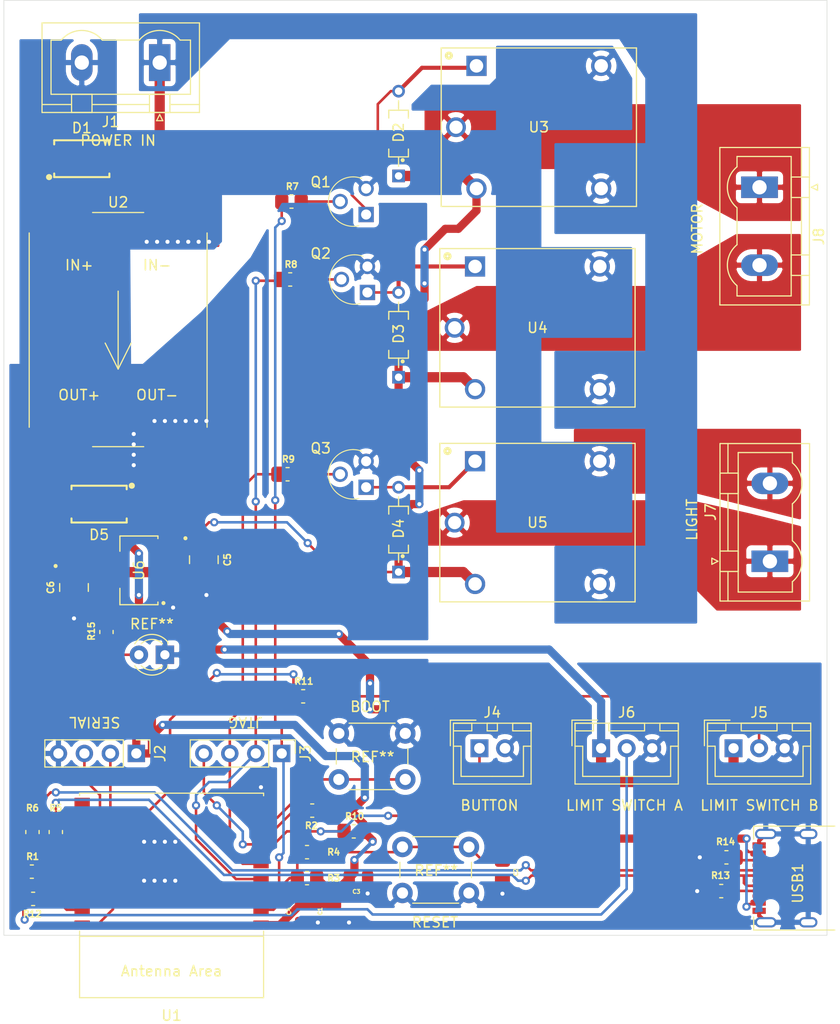
<source format=kicad_pcb>
(kicad_pcb (version 20171130) (host pcbnew "(5.1.10)-1")
  (layers (0 F.Cu signal) (31 B.Cu signal) (34 B.Paste user) (35 F.Paste user) (36 B.SilkS user) (37 F.SilkS user) (38 B.Mask user) (39 F.Mask user) (44 Edge.Cuts user))
  (net 0 "")
  (net 1 VDD33)
  (net 2 GND)
  (net 3 "Net-(C2-Pad1)")
  (net 4 5V_IN)
  (net 5 "Net-(D2-PadA)")
  (net 6 "Net-(D3-PadA)")
  (net 7 5V_USB)
  (net 8 24V_IN)
  (net 9 RXD)
  (net 10 TXD)
  (net 11 IO7)
  (net 12 IO6)
  (net 13 IO5)
  (net 14 IO4)
  (net 15 "Net-(J5-Pad2)")
  (net 16 "Net-(J6-Pad2)")
  (net 17 "Net-(J7-Pad1)")
  (net 18 MOTOR_B)
  (net 19 MOTOR_A)
  (net 20 RELAY_A)
  (net 21 RELAY_B)
  (net 22 RELAY_LIGHT)
  (net 23 "Net-(R1-Pad2)")
  (net 24 "Net-(R2-Pad2)")
  (net 25 EN)
  (net 26 USBD-)
  (net 27 "Net-(R5-Pad1)")
  (net 28 USBD+)
  (net 29 "Net-(R6-Pad1)")
  (net 30 IO0)
  (net 31 IO1)
  (net 32 "Net-(R13-Pad1)")
  (net 33 "Net-(R14-Pad1)")
  (net 34 BOOT)
  (net 35 "Net-(U1-Pad15)")
  (net 36 "Net-(U1-Pad10)")
  (net 37 "Net-(USB1-PadB8)")
  (net 38 "Net-(USB1-PadA8)")
  (net 39 "Net-(D4-PadA)")
  (net 40 "Net-(D6-PadA)")
  (net 41 "Net-(D1-PadC)")
  (module footprints:DIOM5436X245N (layer F.Cu) (at 107.442 43.434)
    (fp_text reference D1 (at 0 -3) (layer F.SilkS))
    (fp_text value STPS1H100U)
    (pad A smd roundrect (at 2.2 0) (size 2.2 2.15) (layers F.Cu F.Paste F.Mask) (net 8 24V_IN))
    (pad C smd roundrect (at -2.2 0) (size 2.2 2.15) (layers F.Cu F.Paste F.Mask) (net 41 "Net-(D1-PadC)"))
  )
  (module footprints:dc-dc_converter_module (layer F.Cu) (at 110.998 60.198 270)
    (fp_text reference U2 (at -12.5 0 180) (layer F.SilkS))
    (fp_text value dc-dc_3A5V)
    (fp_text user OUT- (at 6.35 -3.81) (layer F.SilkS))
    (fp_text user OUT+ (at 6.35 3.81) (layer F.SilkS))
    (fp_text user IN+ (at -6.35 3.81) (layer F.SilkS))
    (fp_text user IN- (at -6.35 -3.81) (layer F.SilkS))
    (pad I+ smd roundrect (at -11.35 5.8 270) (size 2.9 5.8) (layers F.Cu F.Paste F.Mask) (net 41 "Net-(D1-PadC)"))
    (pad O- smd roundrect (at 11.35 -5.8 270) (size 2.9 5.8) (layers F.Cu F.Paste F.Mask) (net 2 GND))
    (pad O+ smd roundrect (at 11.35 5.8 270) (size 2.9 5.8) (layers F.Cu F.Paste F.Mask) (net 4 5V_IN))
    (pad I- smd roundrect (at -11.35 -5.8 270) (size 2.9 5.8) (layers F.Cu F.Paste F.Mask) (net 2 GND))
  )
  (module footprints:RESC2012X60 (layer F.Cu) (at 170.5 111.76 180)
    (fp_text reference R14 (at 0.08006 1.524) (layer F.SilkS) (effects (font (size 0.630413 0.630413))))
    (fp_text value 5k1)
    (pad 2 smd roundrect (at 0.95 0 180) (size 1.3 1.5) (layers F.Cu F.Paste F.Mask) (net 2 GND))
    (pad 1 smd roundrect (at -0.95 0 180) (size 1.3 1.5) (layers F.Cu F.Paste F.Mask) (net 33 "Net-(R14-Pad1)"))
  )
  (module footprints:XKB-USB-C-16P (layer F.Cu) (at 177.8 113.792 180)
    (fp_text reference USB1 (at 0.316 -0.506 90) (layer F.SilkS))
    (fp_text value U262-161N-4BVC11)
    (pad A12 smd rect (at 4.1 3.35 180) (size 1.3 0.3) (layers F.Cu F.Paste F.Mask) (net 2 GND))
    (pad B1 smd rect (at 4.1 3.05 180) (size 1.3 0.3) (layers F.Cu F.Paste F.Mask) (net 2 GND))
    (pad A9 smd rect (at 4.1 2.55 180) (size 1.3 0.3) (layers F.Cu F.Paste F.Mask) (net 7 5V_USB))
    (pad B4 smd rect (at 4.1 2.25 180) (size 1.3 0.3) (layers F.Cu F.Paste F.Mask) (net 7 5V_USB))
    (pad B9 smd rect (at 4.1 -2.25 180) (size 1.3 0.3) (layers F.Cu F.Paste F.Mask) (net 7 5V_USB))
    (pad A4 smd rect (at 4.1 -2.55 180) (size 1.3 0.3) (layers F.Cu F.Paste F.Mask) (net 7 5V_USB))
    (pad A1 smd rect (at 4.1 -3.35 180) (size 1.3 0.3) (layers F.Cu F.Paste F.Mask) (net 2 GND))
    (pad B8 smd rect (at 4.1 -1.75 180) (size 1.3 0.3) (layers F.Cu F.Paste F.Mask) (net 37 "Net-(USB1-PadB8)"))
    (pad A5 smd rect (at 4.1 -1.25 180) (size 1.3 0.3) (layers F.Cu F.Paste F.Mask) (net 32 "Net-(R13-Pad1)"))
    (pad B7 smd rect (at 4.1 -0.75 180) (size 1.3 0.3) (layers F.Cu F.Paste F.Mask) (net 26 USBD-))
    (pad A6 smd rect (at 4.1 -0.25 180) (size 1.3 0.3) (layers F.Cu F.Paste F.Mask) (net 28 USBD+))
    (pad A7 smd rect (at 4.1 0.25 180) (size 1.3 0.3) (layers F.Cu F.Paste F.Mask) (net 26 USBD-))
    (pad B6 smd rect (at 4.1 0.75 180) (size 1.3 0.3) (layers F.Cu F.Paste F.Mask) (net 28 USBD+))
    (pad A8 smd rect (at 4.1 1.25 180) (size 1.3 0.3) (layers F.Cu F.Paste F.Mask) (net 38 "Net-(USB1-PadA8)"))
    (pad B5 smd rect (at 4.1 1.75 180) (size 1.3 0.3) (layers F.Cu F.Paste F.Mask) (net 33 "Net-(R14-Pad1)"))
    (pad B12 smd rect (at 4.1 -3.05 180) (size 1.3 0.3) (layers F.Cu F.Paste F.Mask) (net 2 GND))
    (pad "" np_thru_hole circle (at 2.95 -2.89 180) (size 0.65 0.65) (drill 0.65) (layers *.Cu *.Mask))
    (pad S1 thru_hole oval (at -0.7 4.32 180) (size 1.8 1) (drill oval 1.4 0.6) (layers *.Cu *.Mask) (net 2 GND))
    (pad S1 thru_hole oval (at 3.45 4.32 180) (size 2.1 1) (drill oval 1.7 0.6) (layers *.Cu *.Mask) (net 2 GND))
    (pad S1 thru_hole oval (at 3.45 -4.32 180) (size 2.1 1) (drill oval 1.7 0.6) (layers *.Cu *.Mask) (net 2 GND))
    (pad S1 thru_hole oval (at -0.7 -4.32 180) (size 1.8 1) (drill oval 1.4 0.6) (layers *.Cu *.Mask) (net 2 GND))
    (pad "" np_thru_hole circle (at 2.95 2.89 180) (size 0.65 0.65) (drill 0.65) (layers *.Cu *.Mask))
  )
  (module footprints:SOT229P700X180-4N (layer F.Cu) (at 113.03 83.693 90)
    (fp_text reference U6 (at 0 0 90) (layer F.SilkS) (effects (font (size 1.001772 1.001772))))
    (fp_text value AMS1117-3.3)
    (pad TAB smd roundrect (at 0 -3.345 90) (size 3.24 1.31) (layers F.Cu F.Paste F.Mask) (roundrect_rratio 0.1) (net 1 VDD33))
    (pad 3 smd roundrect (at 2.29 3.345 90) (size 0.93 1.31) (layers F.Cu F.Paste F.Mask) (roundrect_rratio 0.1) (net 4 5V_IN))
    (pad 2 smd roundrect (at 0 3.345 90) (size 0.93 1.31) (layers F.Cu F.Paste F.Mask) (roundrect_rratio 0.1) (net 1 VDD33))
    (pad 1 smd roundrect (at -2.29 3.345 90) (size 0.93 1.31) (layers F.Cu F.Paste F.Mask) (roundrect_rratio 0.1) (net 2 GND))
  )
  (module footprints:RELAY_SRD-05VDC-SL-C (layer F.Cu) (at 152.015 79.025)
    (fp_text reference U5 (at 0 0) (layer F.SilkS) (effects (font (size 1.000094 1.000094))))
    (fp_text value G5LA-14-DC5)
    (pad NC thru_hole circle (at 6.1 -6) (size 1.98 1.98) (drill 1.32) (layers *.Cu *.Mask) (net 2 GND))
    (pad NO thru_hole circle (at 6.1 6) (size 1.98 1.98) (drill 1.32) (layers *.Cu *.Mask) (net 8 24V_IN))
    (pad A2 thru_hole circle (at -6.1 6) (size 1.98 1.98) (drill 1.32) (layers *.Cu *.Mask) (net 4 5V_IN))
    (pad COM thru_hole circle (at -8.1 0) (size 1.935 1.935) (drill 1.29) (layers *.Cu *.Mask) (net 17 "Net-(J7-Pad1)"))
    (pad A1 thru_hole rect (at -6.1 -6) (size 1.98 1.98) (drill 1.32) (layers *.Cu *.Mask) (net 39 "Net-(D4-PadA)"))
  )
  (module footprints:RELAY_SRD-05VDC-SL-C (layer F.Cu) (at 152.015 59.975)
    (fp_text reference U4 (at 0 0) (layer F.SilkS) (effects (font (size 1.000094 1.000094))))
    (fp_text value G5LA-14-DC5)
    (pad NC thru_hole circle (at 6.1 -6) (size 1.98 1.98) (drill 1.32) (layers *.Cu *.Mask) (net 2 GND))
    (pad NO thru_hole circle (at 6.1 6) (size 1.98 1.98) (drill 1.32) (layers *.Cu *.Mask) (net 8 24V_IN))
    (pad A2 thru_hole circle (at -6.1 6) (size 1.98 1.98) (drill 1.32) (layers *.Cu *.Mask) (net 4 5V_IN))
    (pad COM thru_hole circle (at -8.1 0) (size 1.935 1.935) (drill 1.29) (layers *.Cu *.Mask) (net 18 MOTOR_B))
    (pad A1 thru_hole rect (at -6.1 -6) (size 1.98 1.98) (drill 1.32) (layers *.Cu *.Mask) (net 6 "Net-(D3-PadA)"))
  )
  (module footprints:RELAY_SRD-05VDC-SL-C (layer F.Cu) (at 152.15 40.355)
    (fp_text reference U3 (at 0 0) (layer F.SilkS) (effects (font (size 1.000094 1.000094))))
    (fp_text value G5LA-14-DC5)
    (pad NC thru_hole circle (at 6.1 -6) (size 1.98 1.98) (drill 1.32) (layers *.Cu *.Mask) (net 2 GND))
    (pad NO thru_hole circle (at 6.1 6) (size 1.98 1.98) (drill 1.32) (layers *.Cu *.Mask) (net 8 24V_IN))
    (pad A2 thru_hole circle (at -6.1 6) (size 1.98 1.98) (drill 1.32) (layers *.Cu *.Mask) (net 4 5V_IN))
    (pad COM thru_hole circle (at -8.1 0) (size 1.935 1.935) (drill 1.29) (layers *.Cu *.Mask) (net 19 MOTOR_A))
    (pad A1 thru_hole rect (at -6.1 -6) (size 1.98 1.98) (drill 1.32) (layers *.Cu *.Mask) (net 5 "Net-(D2-PadA)"))
  )
  (module footprints:ESP32-C3-WROOM-02 (layer F.Cu) (at 116.226 114.234 180)
    (fp_text reference U1 (at 0 -13) (layer F.SilkS))
    (fp_text value ESP32-C3-WROOM-02)
    (fp_text user "Antenna Area" (at 0 -8.65) (layer F.SilkS))
    (pad 19 smd rect (at -0.14 0.95) (size 0.7 0.7) (layers F.Cu F.Paste F.Mask) (net 2 GND))
    (pad 19 smd rect (at -0.14 2.05) (size 0.7 0.7) (layers F.Cu F.Paste F.Mask) (net 2 GND))
    (pad 19 smd rect (at -0.14 3.15) (size 0.7 0.7) (layers F.Cu F.Paste F.Mask) (net 2 GND))
    (pad 19 smd rect (at 0.91 3.15) (size 0.7 0.7) (layers F.Cu F.Paste F.Mask) (net 2 GND))
    (pad 19 smd rect (at 2.06 3.15) (size 0.7 0.7) (layers F.Cu F.Paste F.Mask) (net 2 GND))
    (pad 19 smd rect (at 2.06 2.05) (size 0.7 0.7) (layers F.Cu F.Paste F.Mask) (net 2 GND))
    (pad 19 smd rect (at 2.06 0.95) (size 0.7 0.7) (layers F.Cu F.Paste F.Mask) (net 2 GND))
    (pad 19 smd rect (at 0.91 0.95) (size 0.7 0.7) (layers F.Cu F.Paste F.Mask) (net 2 GND))
    (pad 19 smd rect (at 0.91 2.05) (size 0.7 0.7) (layers F.Cu F.Paste F.Mask) (net 2 GND))
    (pad 18 smd rect (at 8.75 -4.15) (size 1.5 0.9) (layers F.Cu F.Paste F.Mask) (net 30 IO0))
    (pad 17 smd rect (at 8.75 -2.65) (size 1.5 0.9) (layers F.Cu F.Paste F.Mask) (net 31 IO1))
    (pad 16 smd rect (at 8.75 -1.15) (size 1.5 0.9) (layers F.Cu F.Paste F.Mask) (net 23 "Net-(R1-Pad2)"))
    (pad 15 smd rect (at 8.75 0.35) (size 1.5 0.9) (layers F.Cu F.Paste F.Mask) (net 35 "Net-(U1-Pad15)"))
    (pad 14 smd rect (at 8.75 1.85) (size 1.5 0.9) (layers F.Cu F.Paste F.Mask) (net 29 "Net-(R6-Pad1)"))
    (pad 13 smd rect (at 8.75 3.35) (size 1.5 0.9) (layers F.Cu F.Paste F.Mask) (net 27 "Net-(R5-Pad1)"))
    (pad 12 smd rect (at 8.75 4.85) (size 1.5 0.9) (layers F.Cu F.Paste F.Mask) (net 10 TXD))
    (pad 11 smd rect (at 8.75 6.35) (size 1.5 0.9) (layers F.Cu F.Paste F.Mask) (net 9 RXD))
    (pad 10 smd rect (at 8.75 7.85) (size 1.5 0.9) (layers F.Cu F.Paste F.Mask) (net 36 "Net-(U1-Pad10)"))
    (pad 1 smd rect (at -8.75 -4.15 180) (size 1.5 0.9) (layers F.Cu F.Paste F.Mask) (net 1 VDD33))
    (pad 2 smd rect (at -8.75 -2.65 180) (size 1.5 0.9) (layers F.Cu F.Paste F.Mask) (net 25 EN))
    (pad 3 smd rect (at -8.75 -1.15 180) (size 1.5 0.9) (layers F.Cu F.Paste F.Mask) (net 14 IO4))
    (pad 4 smd rect (at -8.75 0.35 180) (size 1.5 0.9) (layers F.Cu F.Paste F.Mask) (net 13 IO5))
    (pad 5 smd rect (at -8.75 1.85 180) (size 1.5 0.9) (layers F.Cu F.Paste F.Mask) (net 12 IO6))
    (pad 6 smd rect (at -8.75 3.35 180) (size 1.5 0.9) (layers F.Cu F.Paste F.Mask) (net 11 IO7))
    (pad 7 smd rect (at -8.75 4.85 180) (size 1.5 0.9) (layers F.Cu F.Paste F.Mask) (net 24 "Net-(R2-Pad2)"))
    (pad 8 smd rect (at -8.75 6.35 180) (size 1.5 0.9) (layers F.Cu F.Paste F.Mask) (net 34 BOOT))
    (pad 9 smd rect (at -8.75 7.85 180) (size 1.5 0.9) (layers F.Cu F.Paste F.Mask) (net 2 GND))
  )
  (module footprints:SW_PUSH_6mm (layer F.Cu) (at 139.088 104.14 180)
    (fp_text reference SW2)
    (fp_text value Switch)
    (fp_text user REF** (at 3.2 2.2) (layer F.SilkS))
    (pad 2 thru_hole circle (at 0 4.5 270) (size 2 2) (drill 1.1) (layers *.Cu *.Mask) (net 2 GND))
    (pad 1 thru_hole circle (at 0 0 270) (size 2 2) (drill 1.1) (layers *.Cu *.Mask) (net 34 BOOT))
    (pad 2 thru_hole circle (at 6.5 4.5 270) (size 2 2) (drill 1.1) (layers *.Cu *.Mask) (net 2 GND))
    (pad 1 thru_hole circle (at 6.5 0 270) (size 2 2) (drill 1.1) (layers *.Cu *.Mask) (net 34 BOOT))
  )
  (module footprints:SW_PUSH_6mm (layer F.Cu) (at 145.311 115.244 180)
    (fp_text reference SW1)
    (fp_text value Switch)
    (fp_text user REF** (at 3.2 2.2) (layer F.SilkS))
    (pad 2 thru_hole circle (at 0 4.5 270) (size 2 2) (drill 1.1) (layers *.Cu *.Mask) (net 3 "Net-(C2-Pad1)"))
    (pad 1 thru_hole circle (at 0 0 270) (size 2 2) (drill 1.1) (layers *.Cu *.Mask) (net 2 GND))
    (pad 2 thru_hole circle (at 6.5 4.5 270) (size 2 2) (drill 1.1) (layers *.Cu *.Mask) (net 3 "Net-(C2-Pad1)"))
    (pad 1 thru_hole circle (at 6.5 0 270) (size 2 2) (drill 1.1) (layers *.Cu *.Mask) (net 2 GND))
  )
  (module footprints:RESC2012X60 (layer F.Cu) (at 109.855 89.723 90)
    (fp_text reference R15 (at 0.08006 -1.471142 90) (layer F.SilkS) (effects (font (size 0.630413 0.630413))))
    (fp_text value 5k1)
    (pad 2 smd roundrect (at 0.95 0 90) (size 1.3 1.5) (layers F.Cu F.Paste F.Mask) (net 1 VDD33))
    (pad 1 smd roundrect (at -0.95 0 90) (size 1.3 1.5) (layers F.Cu F.Paste F.Mask) (net 40 "Net-(D6-PadA)"))
  )
  (module footprints:RESC2012X60 (layer F.Cu) (at 169.992 115.062 180)
    (fp_text reference R13 (at 0.066 1.524) (layer F.SilkS) (effects (font (size 0.630413 0.630413))))
    (fp_text value 5k1)
    (pad 2 smd roundrect (at 0.95 0 180) (size 1.3 1.5) (layers F.Cu F.Paste F.Mask) (net 2 GND))
    (pad 1 smd roundrect (at -0.95 0 180) (size 1.3 1.5) (layers F.Cu F.Paste F.Mask) (net 32 "Net-(R13-Pad1)"))
  )
  (module footprints:RESC2012X60 (layer F.Cu) (at 102.682 115.824 180)
    (fp_text reference R12 (at 0.08006 -1.471142) (layer F.SilkS) (effects (font (size 0.630413 0.630413))))
    (fp_text value 5k1)
    (pad 2 smd roundrect (at 0.95 0 180) (size 1.3 1.5) (layers F.Cu F.Paste F.Mask) (net 16 "Net-(J6-Pad2)"))
    (pad 1 smd roundrect (at -0.95 0 180) (size 1.3 1.5) (layers F.Cu F.Paste F.Mask) (net 31 IO1))
  )
  (module footprints:RESC2012X60 (layer F.Cu) (at 129.098 96.012)
    (fp_text reference R11 (at 0.08006 -1.471142) (layer F.SilkS) (effects (font (size 0.630413 0.630413))))
    (fp_text value 5k1)
    (pad 2 smd roundrect (at 0.95 0) (size 1.3 1.5) (layers F.Cu F.Paste F.Mask) (net 15 "Net-(J5-Pad2)"))
    (pad 1 smd roundrect (at -0.95 0) (size 1.3 1.5) (layers F.Cu F.Paste F.Mask) (net 30 IO0))
  )
  (module footprints:RESC2012X60 (layer F.Cu) (at 134.046 109.22)
    (fp_text reference R10 (at 0.08006 -1.471142) (layer F.SilkS) (effects (font (size 0.630413 0.630413))))
    (fp_text value 10k)
    (pad 2 smd roundrect (at 0.95 0) (size 1.3 1.5) (layers F.Cu F.Paste F.Mask) (net 1 VDD33))
    (pad 1 smd roundrect (at -0.95 0) (size 1.3 1.5) (layers F.Cu F.Paste F.Mask) (net 11 IO7))
  )
  (module footprints:RESC2012X60 (layer F.Cu) (at 127.574 74.295)
    (fp_text reference R9 (at 0.08006 -1.471142) (layer F.SilkS) (effects (font (size 0.630413 0.630413))))
    (fp_text value 5k1)
    (pad 2 smd roundrect (at 0.95 0) (size 1.3 1.5) (layers F.Cu F.Paste F.Mask) (net 22 RELAY_LIGHT))
    (pad 1 smd roundrect (at -0.95 0) (size 1.3 1.5) (layers F.Cu F.Paste F.Mask) (net 12 IO6))
  )
  (module footprints:RESC2012X60 (layer F.Cu) (at 127.828 55.245)
    (fp_text reference R8 (at 0.08006 -1.471142) (layer F.SilkS) (effects (font (size 0.630413 0.630413))))
    (fp_text value 5k1)
    (pad 2 smd roundrect (at 0.95 0) (size 1.3 1.5) (layers F.Cu F.Paste F.Mask) (net 21 RELAY_B))
    (pad 1 smd roundrect (at -0.95 0) (size 1.3 1.5) (layers F.Cu F.Paste F.Mask) (net 13 IO5))
  )
  (module footprints:RESC2012X60 (layer F.Cu) (at 127.955 47.625)
    (fp_text reference R7 (at 0.08006 -1.471142) (layer F.SilkS) (effects (font (size 0.630413 0.630413))))
    (fp_text value 5k1)
    (pad 2 smd roundrect (at 0.95 0) (size 1.3 1.5) (layers F.Cu F.Paste F.Mask) (net 20 RELAY_A))
    (pad 1 smd roundrect (at -0.95 0) (size 1.3 1.5) (layers F.Cu F.Paste F.Mask) (net 14 IO4))
  )
  (module footprints:RESC2012X60 (layer F.Cu) (at 102.616 109.286 90)
    (fp_text reference R6 (at 2.352 0 180) (layer F.SilkS) (effects (font (size 0.630413 0.630413))))
    (fp_text value 0R)
    (pad 2 smd roundrect (at 0.95 0 90) (size 1.3 1.5) (layers F.Cu F.Paste F.Mask) (net 28 USBD+))
    (pad 1 smd roundrect (at -0.95 0 90) (size 1.3 1.5) (layers F.Cu F.Paste F.Mask) (net 29 "Net-(R6-Pad1)"))
  )
  (module footprints:RESC2012X60 (layer F.Cu) (at 104.902 109.286 90)
    (fp_text reference R5 (at 2.352 0 180) (layer F.SilkS) (effects (font (size 0.630413 0.630413))))
    (fp_text value 0R)
    (pad 2 smd roundrect (at 0.95 0 90) (size 1.3 1.5) (layers F.Cu F.Paste F.Mask) (net 26 USBD-))
    (pad 1 smd roundrect (at -0.95 0 90) (size 1.3 1.5) (layers F.Cu F.Paste F.Mask) (net 27 "Net-(R5-Pad1)"))
  )
  (module footprints:RESC2012X60 (layer F.Cu) (at 129.474 111.252 180)
    (fp_text reference R4 (at -2.606 0) (layer F.SilkS) (effects (font (size 0.630413 0.630413))))
    (fp_text value 0R)
    (pad 2 smd roundrect (at 0.95 0 180) (size 1.3 1.5) (layers F.Cu F.Paste F.Mask) (net 25 EN))
    (pad 1 smd roundrect (at -0.95 0 180) (size 1.3 1.5) (layers F.Cu F.Paste F.Mask) (net 3 "Net-(C2-Pad1)"))
  )
  (module footprints:RESC2012X60 (layer F.Cu) (at 129.474 113.792)
    (fp_text reference R3 (at 2.606 0) (layer F.SilkS) (effects (font (size 0.630413 0.630413))))
    (fp_text value 10k)
    (pad 2 smd roundrect (at 0.95 0) (size 1.3 1.5) (layers F.Cu F.Paste F.Mask) (net 1 VDD33))
    (pad 1 smd roundrect (at -0.95 0) (size 1.3 1.5) (layers F.Cu F.Paste F.Mask) (net 25 EN))
  )
  (module footprints:RESC2012X60 (layer F.Cu) (at 129.982 107.188 180)
    (fp_text reference R2 (at 0.08006 -1.471142) (layer F.SilkS) (effects (font (size 0.630413 0.630413))))
    (fp_text value 10k)
    (pad 2 smd roundrect (at 0.95 0 180) (size 1.3 1.5) (layers F.Cu F.Paste F.Mask) (net 24 "Net-(R2-Pad2)"))
    (pad 1 smd roundrect (at -0.95 0 180) (size 1.3 1.5) (layers F.Cu F.Paste F.Mask) (net 1 VDD33))
  )
  (module footprints:RESC2012X60 (layer F.Cu) (at 102.555 113.157)
    (fp_text reference R1 (at 0.08006 -1.471142) (layer F.SilkS) (effects (font (size 0.630413 0.630413))))
    (fp_text value 10k)
    (pad 2 smd roundrect (at 0.95 0) (size 1.3 1.5) (layers F.Cu F.Paste F.Mask) (net 23 "Net-(R1-Pad2)"))
    (pad 1 smd roundrect (at -0.95 0) (size 1.3 1.5) (layers F.Cu F.Paste F.Mask) (net 1 VDD33))
  )
  (module footprints:TO127P254X732-3 (layer F.Cu) (at 132.715 73.025 90)
    (fp_text reference Q3 (at 1.27 -1.905 180) (layer F.SilkS))
    (fp_text value BC547B)
    (pad 3 thru_hole circle (at 0 2.54 90) (size 1.4986 1.4986) (drill 0.9906) (layers *.Cu *.Mask) (net 2 GND))
    (pad 2 thru_hole circle (at -1.27 0 90) (size 1.4986 1.4986) (drill 0.9906) (layers *.Cu *.Mask) (net 22 RELAY_LIGHT))
    (pad 1 thru_hole rect (at -2.54 2.54 90) (size 1.4986 1.4986) (drill 0.9906) (layers *.Cu *.Mask) (net 39 "Net-(D4-PadA)"))
  )
  (module footprints:TO127P254X732-3 (layer F.Cu) (at 132.842 53.975 90)
    (fp_text reference Q2 (at 1.27 -2.032 180) (layer F.SilkS))
    (fp_text value BC547B)
    (pad 3 thru_hole circle (at 0 2.54 90) (size 1.4986 1.4986) (drill 0.9906) (layers *.Cu *.Mask) (net 2 GND))
    (pad 2 thru_hole circle (at -1.27 0 90) (size 1.4986 1.4986) (drill 0.9906) (layers *.Cu *.Mask) (net 21 RELAY_B))
    (pad 1 thru_hole rect (at -2.54 2.54 90) (size 1.4986 1.4986) (drill 0.9906) (layers *.Cu *.Mask) (net 6 "Net-(D3-PadA)"))
  )
  (module footprints:TO127P254X732-3 (layer F.Cu) (at 132.715 46.355 90)
    (fp_text reference Q1 (at 0.635 -1.905 180) (layer F.SilkS))
    (fp_text value BC547B)
    (pad 3 thru_hole circle (at 0 2.54 90) (size 1.4986 1.4986) (drill 0.9906) (layers *.Cu *.Mask) (net 2 GND))
    (pad 2 thru_hole circle (at -1.27 0 90) (size 1.4986 1.4986) (drill 0.9906) (layers *.Cu *.Mask) (net 20 RELAY_A))
    (pad 1 thru_hole rect (at -2.54 2.54 90) (size 1.4986 1.4986) (drill 0.9906) (layers *.Cu *.Mask) (net 5 "Net-(D2-PadA)"))
  )
  (module footprints:PhoenixContact_GMSTBVA-G_02x7.62mm_Vertical (layer F.Cu) (at 173.736 46.228 270)
    (fp_text reference J8 (at 4.81 -5.8 90) (layer F.SilkS))
    (fp_text value 7.62mm-2pin)
    (pad 2 thru_hole oval (at 7.62 0 270) (size 2.1 3.6) (drill 1.4) (layers *.Cu *.Mask) (net 18 MOTOR_B))
    (pad 1 thru_hole rect (at 0 0 270) (size 2.1 3.6) (drill 1.4) (layers *.Cu *.Mask) (net 19 MOTOR_A))
  )
  (module footprints:PhoenixContact_GMSTBVA-G_02x7.62mm_Vertical (layer F.Cu) (at 174.752 82.804 90)
    (fp_text reference J7 (at 4.81 -5.8 90) (layer F.SilkS))
    (fp_text value 7.62mm-2pin)
    (pad 2 thru_hole oval (at 7.62 0 90) (size 2.1 3.6) (drill 1.4) (layers *.Cu *.Mask) (net 2 GND))
    (pad 1 thru_hole rect (at 0 0 90) (size 2.1 3.6) (drill 1.4) (layers *.Cu *.Mask) (net 17 "Net-(J7-Pad1)"))
  )
  (module footprints:JST_XH_B03B-XH-A_03x2.50mm_Straight (layer F.Cu) (at 158.242 101.092)
    (fp_text reference J6 (at 2.5 -3.5) (layer F.SilkS))
    (fp_text value JST-XH-3)
    (pad 3 thru_hole circle (at 5 0) (size 1.75 1.75) (drill 1) (layers *.Cu *.Mask) (net 2 GND))
    (pad 2 thru_hole circle (at 2.5 0) (size 1.75 1.75) (drill 1) (layers *.Cu *.Mask) (net 16 "Net-(J6-Pad2)"))
    (pad 1 thru_hole rect (at 0 0) (size 1.75 1.75) (drill 1) (layers *.Cu *.Mask) (net 1 VDD33))
  )
  (module footprints:JST_XH_B03B-XH-A_03x2.50mm_Straight (layer F.Cu) (at 171.196 101.092)
    (fp_text reference J5 (at 2.5 -3.5) (layer F.SilkS))
    (fp_text value JST-XH-3)
    (pad 3 thru_hole circle (at 5 0) (size 1.75 1.75) (drill 1) (layers *.Cu *.Mask) (net 2 GND))
    (pad 2 thru_hole circle (at 2.5 0) (size 1.75 1.75) (drill 1) (layers *.Cu *.Mask) (net 15 "Net-(J5-Pad2)"))
    (pad 1 thru_hole rect (at 0 0) (size 1.75 1.75) (drill 1) (layers *.Cu *.Mask) (net 1 VDD33))
  )
  (module footprints:JST_XH_B02B-XH-A_02x2.50mm_Straight (layer F.Cu) (at 146.344 101.092)
    (fp_text reference J4 (at 1.25 -3.5) (layer F.SilkS))
    (fp_text value JST-XH-2)
    (pad 2 thru_hole circle (at 2.5 0) (size 1.75 1.75) (drill 1.05) (layers *.Cu *.Mask) (net 2 GND))
    (pad 1 thru_hole rect (at 0 0) (size 1.75 1.75) (drill 1.05) (layers *.Cu *.Mask) (net 11 IO7))
  )
  (module footprints:PinHeader_1x04_P2.54mm_Vertical (layer F.Cu) (at 127 101.6 270)
    (fp_text reference J3 (at 0 -2.33 270) (layer F.SilkS))
    (fp_text value 1x4pin)
    (pad 4 thru_hole oval (at 0 7.62 270) (size 1.7 1.7) (drill 1) (layers *.Cu *.Mask) (net 11 IO7))
    (pad 3 thru_hole oval (at 0 5.08 270) (size 1.7 1.7) (drill 1) (layers *.Cu *.Mask) (net 12 IO6))
    (pad 2 thru_hole oval (at 0 2.54 270) (size 1.7 1.7) (drill 1) (layers *.Cu *.Mask) (net 13 IO5))
    (pad 1 thru_hole rect (at 0 0 270) (size 1.7 1.7) (drill 1) (layers *.Cu *.Mask) (net 14 IO4))
  )
  (module footprints:PinHeader_1x04_P2.54mm_Vertical (layer F.Cu) (at 112.776 101.6 270)
    (fp_text reference J2 (at 0 -2.33 90) (layer F.SilkS))
    (fp_text value 1x4pin)
    (pad 4 thru_hole oval (at 0 7.62 270) (size 1.7 1.7) (drill 1) (layers *.Cu *.Mask) (net 2 GND))
    (pad 3 thru_hole oval (at 0 5.08 270) (size 1.7 1.7) (drill 1) (layers *.Cu *.Mask) (net 9 RXD))
    (pad 2 thru_hole oval (at 0 2.54 270) (size 1.7 1.7) (drill 1) (layers *.Cu *.Mask) (net 10 TXD))
    (pad 1 thru_hole rect (at 0 0 270) (size 1.7 1.7) (drill 1) (layers *.Cu *.Mask) (net 1 VDD33))
  )
  (module footprints:PhoenixContact_GMSTBVA-G_02x7.62mm_Vertical (layer F.Cu) (at 115.062 34.036 180)
    (fp_text reference J1 (at 4.81 -5.8) (layer F.SilkS))
    (fp_text value 7.62mm-2pin)
    (pad 2 thru_hole oval (at 7.62 0 180) (size 2.1 3.6) (drill 1.4) (layers *.Cu *.Mask) (net 2 GND))
    (pad 1 thru_hole rect (at 0 0 180) (size 2.1 3.6) (drill 1.4) (layers *.Cu *.Mask) (net 8 24V_IN))
  )
  (module footprints:LED_D3.0mm (layer F.Cu) (at 115.57 91.948 180)
    (fp_text reference D6)
    (fp_text value LED)
    (fp_text user REF** (at 1.27 3) (layer F.SilkS))
    (pad A thru_hole circle (at 2.54 0 180) (size 1.8 1.8) (drill 0.9) (layers *.Cu *.Mask) (net 40 "Net-(D6-PadA)"))
    (pad C thru_hole rect (at 0 0 180) (size 1.8 1.8) (drill 0.9) (layers *.Cu *.Mask) (net 2 GND))
  )
  (module footprints:DIOM5436X245N (layer F.Cu) (at 109.134 77.216 180)
    (fp_text reference D5 (at 0 -3) (layer F.SilkS))
    (fp_text value STPS1H100U)
    (pad A smd roundrect (at 2.2 0 180) (size 2.2 2.15) (layers F.Cu F.Paste F.Mask) (net 7 5V_USB))
    (pad C smd roundrect (at -2.2 0 180) (size 2.2 2.15) (layers F.Cu F.Paste F.Mask) (net 4 5V_IN))
  )
  (module footprints:DIOAD829W49L456D191 (layer F.Cu) (at 138.43 79.711 90)
    (fp_text reference D4 (at 0.1 0 90) (layer F.SilkS) (effects (font (size 1.000102 1.000102))))
    (fp_text value 1N4148)
    (pad A thru_hole circle (at 4.146 0 90) (size 1.238 1.238) (drill 0.73) (layers *.Cu *.Mask) (net 39 "Net-(D4-PadA)"))
    (pad C thru_hole rect (at -4.146 0 90) (size 1.238 1.238) (drill 0.73) (layers *.Cu *.Mask) (net 4 5V_IN))
  )
  (module footprints:DIOAD829W49L456D191 (layer F.Cu) (at 138.43 60.661 90)
    (fp_text reference D3 (at 0.1 0 90) (layer F.SilkS) (effects (font (size 1.000102 1.000102))))
    (fp_text value 1N4148)
    (pad A thru_hole circle (at 4.146 0 90) (size 1.238 1.238) (drill 0.73) (layers *.Cu *.Mask) (net 6 "Net-(D3-PadA)"))
    (pad C thru_hole rect (at -4.146 0 90) (size 1.238 1.238) (drill 0.73) (layers *.Cu *.Mask) (net 4 5V_IN))
  )
  (module footprints:DIOAD829W49L456D191 (layer F.Cu) (at 138.43 40.976 90)
    (fp_text reference D2 (at 0.1 0 90) (layer F.SilkS) (effects (font (size 1.000102 1.000102))))
    (fp_text value 1N4148)
    (pad A thru_hole circle (at 4.146 0 90) (size 1.238 1.238) (drill 0.73) (layers *.Cu *.Mask) (net 5 "Net-(D2-PadA)"))
    (pad C thru_hole rect (at -4.146 0 90) (size 1.238 1.238) (drill 0.73) (layers *.Cu *.Mask) (net 4 5V_IN))
  )
  (module footprints:CAP_16TQC10M (layer F.Cu) (at 106.68 85.368 270)
    (fp_text reference C6 (at 0 2.286 90) (layer F.SilkS) (effects (font (size 0.64 0.64))))
    (fp_text value 10uF_tantalum)
    (pad 2 smd roundrect (at 1.5 0 270) (size 1.6 2.7) (layers F.Cu F.Paste F.Mask) (net 2 GND))
    (pad 1 smd roundrect (at -1.5 0 270) (size 1.6 2.7) (layers F.Cu F.Paste F.Mask) (net 1 VDD33))
  )
  (module footprints:CAP_16TQC10M (layer F.Cu) (at 119.38 82.653 270)
    (fp_text reference C5 (at 0 -2.3064 90) (layer F.SilkS) (effects (font (size 0.64 0.64))))
    (fp_text value 10uF_tantalum)
    (pad 2 smd roundrect (at 1.5 0 270) (size 1.6 2.7) (layers F.Cu F.Paste F.Mask) (net 2 GND))
    (pad 1 smd roundrect (at -1.5 0 270) (size 1.6 2.7) (layers F.Cu F.Paste F.Mask) (net 4 5V_IN))
  )
  (module footprints:CAPC2012X145N (layer F.Cu) (at 129.032 117.232 90)
    (fp_text reference C4 (at 0.2 -1.32 90) (layer F.SilkS) (effects (font (size 0.393701 0.393701) (thickness 0.098425))))
    (fp_text value 100nF)
    (pad 2 smd roundrect (at 0.9 0 90) (size 1.11 1.47) (layers F.Cu F.Paste F.Mask) (net 1 VDD33))
    (pad 1 smd roundrect (at -0.9 0 90) (size 1.11 1.47) (layers F.Cu F.Paste F.Mask) (net 2 GND))
  )
  (module footprints:CAPC2012X145N (layer F.Cu) (at 134.504 113.792 180)
    (fp_text reference C3 (at 0.2 -1.32) (layer F.SilkS) (effects (font (size 0.393701 0.393701) (thickness 0.098425))))
    (fp_text value 1uF)
    (pad 2 smd roundrect (at 0.9 0 180) (size 1.11 1.47) (layers F.Cu F.Paste F.Mask) (net 1 VDD33))
    (pad 1 smd roundrect (at -0.9 0 180) (size 1.11 1.47) (layers F.Cu F.Paste F.Mask) (net 2 GND))
  )
  (module footprints:CAPC2012X145N (layer F.Cu) (at 148.59 113.03 270)
    (fp_text reference C2 (at 0.2 -1.32 90) (layer F.SilkS) (effects (font (size 0.393701 0.393701) (thickness 0.098425))))
    (fp_text value 100nF)
    (pad 2 smd roundrect (at 0.9 0 270) (size 1.11 1.47) (layers F.Cu F.Paste F.Mask) (net 2 GND))
    (pad 1 smd roundrect (at -0.9 0 270) (size 1.11 1.47) (layers F.Cu F.Paste F.Mask) (net 3 "Net-(C2-Pad1)"))
  )
  (module footprints:CAPC2012X145N (layer F.Cu) (at 132.08 117.232 90)
    (fp_text reference C1 (at 0.2 -1.32 90) (layer F.SilkS) (effects (font (size 0.393701 0.393701) (thickness 0.098425))))
    (fp_text value 10uF)
    (pad 2 smd roundrect (at 0.9 0 90) (size 1.11 1.47) (layers F.Cu F.Paste F.Mask) (net 1 VDD33))
    (pad 1 smd roundrect (at -0.9 0 90) (size 1.11 1.47) (layers F.Cu F.Paste F.Mask) (net 2 GND))
  )
  (gr_line (start 99.822 119.38) (end 99.822 27.94) (layer Edge.Cuts) (width 0.05))
  (gr_line (start 180.34 119.38) (end 99.822 119.38) (layer Edge.Cuts) (width 0.05))
  (gr_line (start 180.34 27.94) (end 180.34 119.38) (layer Edge.Cuts) (width 0.05))
  (gr_line (start 99.822 27.94) (end 180.34 27.94) (layer Edge.Cuts) (width 0.05))
  (gr_text LIGHT (at 167.132 78.74 90) (layer F.SilkS) (effects (font (size 1 1))))
  (gr_text MOTOR (at 167.64 50.292 90) (layer F.SilkS) (effects (font (size 1 1))))
  (gr_text "POWER IN" (at 110.998 41.656) (layer F.SilkS) (effects (font (size 1 1))))
  (gr_text RESET (at 141.986 118.11) (layer F.SilkS) (effects (font (size 1 1))))
  (gr_text BOOT (at 135.636 97.028) (layer F.SilkS) (effects (font (size 1 1))))
  (gr_text "LIMIT SWITCH B" (at 173.736 106.68) (layer F.SilkS) (effects (font (size 1 1))))
  (gr_text "LIMIT SWITCH A" (at 160.528 106.68) (layer F.SilkS) (effects (font (size 1 1))))
  (gr_text BUTTON (at 147.32 106.68) (layer F.SilkS) (effects (font (size 1 1))))
  (gr_text SERIAL (at 108.712 98.552 180) (layer F.SilkS) (effects (font (size 1 1))))
  (gr_text JTAG (at 123.444 98.552 180) (layer F.SilkS) (effects (font (size 1 1))))
  (segment (start 116.375 83.693) (end 109.685 83.693) (width 0.25) (layer F.Cu) (net 1))
  (segment (start 106.855 83.693) (end 106.68 83.868) (width 0.25) (layer F.Cu) (net 1))
  (segment (start 109.685 83.693) (end 106.855 83.693) (width 0.25) (layer F.Cu) (net 1))
  (segment (start 116.2 83.868) (end 116.375 83.693) (width 1) (layer F.Cu) (net 1))
  (segment (start 106.68 83.868) (end 116.2 83.868) (width 1) (layer F.Cu) (net 1))
  (segment (start 109.855 83.863) (end 109.685 83.693) (width 1) (layer F.Cu) (net 1))
  (segment (start 109.855 88.773) (end 109.855 83.863) (width 1) (layer F.Cu) (net 1))
  (segment (start 171.196 101.092) (end 171.196 103.124) (width 1) (layer F.Cu) (net 1))
  (segment (start 171.196 103.124) (end 169.926 104.394) (width 1) (layer F.Cu) (net 1))
  (segment (start 169.926 104.394) (end 159.766 104.394) (width 1) (layer F.Cu) (net 1))
  (segment (start 158.242 102.87) (end 158.242 101.092) (width 1) (layer F.Cu) (net 1))
  (segment (start 159.766 104.394) (end 158.242 102.87) (width 1) (layer F.Cu) (net 1))
  (via (at 134.112 112.014) (size 0.8) (drill 0.4) (layers F.Cu B.Cu) (net 1))
  (via (at 135.89 110.236) (size 0.8) (drill 0.4) (layers F.Cu B.Cu) (net 1))
  (segment (start 134.112 112.014) (end 135.89 110.236) (width 0.4) (layer B.Cu) (net 1))
  (segment (start 128.856012 116.332) (end 129.032 116.332) (width 0.8) (layer F.Cu) (net 1))
  (segment (start 126.804012 118.384) (end 128.856012 116.332) (width 0.8) (layer F.Cu) (net 1))
  (segment (start 124.976 118.384) (end 126.804012 118.384) (width 0.8) (layer F.Cu) (net 1))
  (segment (start 129.032 116.332) (end 132.08 116.332) (width 0.8) (layer F.Cu) (net 1))
  (segment (start 132.08 115.448) (end 130.424 113.792) (width 0.8) (layer F.Cu) (net 1))
  (segment (start 132.08 116.332) (end 132.08 115.448) (width 0.8) (layer F.Cu) (net 1))
  (segment (start 132.08 115.316) (end 133.604 113.792) (width 0.8) (layer F.Cu) (net 1))
  (segment (start 132.08 116.332) (end 132.08 115.316) (width 0.8) (layer F.Cu) (net 1))
  (segment (start 134.112 113.284) (end 133.604 113.792) (width 0.8) (layer F.Cu) (net 1))
  (segment (start 134.112 112.014) (end 134.112 113.284) (width 0.8) (layer F.Cu) (net 1))
  (segment (start 135.89 110.114) (end 134.996 109.22) (width 0.8) (layer F.Cu) (net 1))
  (segment (start 135.89 110.236) (end 135.89 110.114) (width 0.8) (layer F.Cu) (net 1))
  (segment (start 133.714 107.188) (end 130.932 107.188) (width 0.8) (layer F.Cu) (net 1))
  (segment (start 134.996 108.47) (end 133.714 107.188) (width 0.8) (layer F.Cu) (net 1))
  (segment (start 134.996 109.22) (end 134.996 108.47) (width 0.8) (layer F.Cu) (net 1))
  (segment (start 100.838 113.04) (end 100.955 113.157) (width 0.8) (layer F.Cu) (net 1))
  (segment (start 100.838 100.584) (end 100.838 113.04) (width 0.8) (layer F.Cu) (net 1))
  (segment (start 103.378 98.044) (end 100.838 100.584) (width 0.8) (layer F.Cu) (net 1))
  (segment (start 106.68 98.044) (end 103.378 98.044) (width 0.8) (layer F.Cu) (net 1))
  (segment (start 100.955 113.157) (end 101.605 113.157) (width 0.8) (layer F.Cu) (net 1))
  (segment (start 107.442 97.282) (end 106.68 98.044) (width 0.8) (layer F.Cu) (net 1))
  (segment (start 109.105 88.773) (end 107.442 90.436) (width 0.8) (layer F.Cu) (net 1))
  (segment (start 109.855 88.773) (end 109.105 88.773) (width 0.8) (layer F.Cu) (net 1))
  (segment (start 112.776 101.6) (end 112.776 98.044) (width 0.8) (layer F.Cu) (net 1))
  (segment (start 112.776 98.044) (end 110.49 95.758) (width 0.8) (layer F.Cu) (net 1))
  (segment (start 107.442 95.758) (end 107.442 97.282) (width 0.8) (layer F.Cu) (net 1))
  (segment (start 110.49 95.758) (end 107.442 95.758) (width 0.8) (layer F.Cu) (net 1))
  (segment (start 107.442 90.436) (end 107.442 95.758) (width 0.8) (layer F.Cu) (net 1))
  (segment (start 112.776 101.6) (end 114.3 101.6) (width 0.8) (layer F.Cu) (net 1))
  (segment (start 114.3 97.282) (end 119.888 91.694) (width 0.8) (layer F.Cu) (net 1))
  (segment (start 119.888 91.694) (end 120.142 91.44) (width 0.8) (layer F.Cu) (net 1))
  (via (at 121.412 91.44) (size 0.8) (drill 0.4) (layers F.Cu B.Cu) (net 1))
  (segment (start 120.142 91.44) (end 121.412 91.44) (width 0.8) (layer F.Cu) (net 1))
  (segment (start 121.412 91.44) (end 153.162 91.44) (width 0.8) (layer B.Cu) (net 1))
  (segment (start 158.242 96.52) (end 158.242 101.092) (width 0.8) (layer B.Cu) (net 1))
  (segment (start 153.162 91.44) (end 158.242 96.52) (width 0.8) (layer B.Cu) (net 1))
  (via (at 135.128 105.918) (size 0.8) (drill 0.4) (layers F.Cu B.Cu) (net 1))
  (segment (start 133.858 107.188) (end 135.128 105.918) (width 0.8) (layer F.Cu) (net 1))
  (segment (start 133.714 107.188) (end 133.858 107.188) (width 0.8) (layer F.Cu) (net 1))
  (segment (start 135.128 105.918) (end 135.128 102.87) (width 0.8) (layer B.Cu) (net 1))
  (segment (start 135.128 102.87) (end 134.112 101.854) (width 0.8) (layer B.Cu) (net 1))
  (segment (start 134.112 101.854) (end 131.318 101.854) (width 0.8) (layer B.Cu) (net 1))
  (segment (start 131.318 101.854) (end 128.27 98.806) (width 0.8) (layer B.Cu) (net 1))
  (via (at 115.353 98.810653) (size 0.8) (drill 0.4) (layers F.Cu B.Cu) (net 1))
  (segment (start 115.357653 98.806) (end 115.353 98.810653) (width 0.8) (layer B.Cu) (net 1))
  (segment (start 128.27 98.806) (end 115.357653 98.806) (width 0.8) (layer B.Cu) (net 1))
  (segment (start 114.3 99.863653) (end 114.3 100.33) (width 0.8) (layer F.Cu) (net 1))
  (segment (start 115.353 98.810653) (end 114.3 99.863653) (width 0.8) (layer F.Cu) (net 1))
  (segment (start 114.3 100.33) (end 114.3 97.282) (width 0.8) (layer F.Cu) (net 1))
  (segment (start 114.3 101.6) (end 114.3 100.33) (width 0.8) (layer F.Cu) (net 1))
  (segment (start 173.7 110.742) (end 173.7 110.442) (width 0.25) (layer F.Cu) (net 2))
  (segment (start 173.7 117.142) (end 173.7 116.842) (width 0.25) (layer F.Cu) (net 2))
  (segment (start 148.59 113.93) (end 148.59 115.316) (width 0.25) (layer F.Cu) (net 2))
  (via (at 148.59 115.316) (size 0.8) (drill 0.4) (layers F.Cu B.Cu) (net 2))
  (segment (start 135.404 113.792) (end 135.404 115.294) (width 0.25) (layer F.Cu) (net 2))
  (via (at 135.404 115.294) (size 0.8) (drill 0.4) (layers F.Cu B.Cu) (net 2))
  (segment (start 132.08 118.132) (end 133.582 118.132) (width 0.25) (layer F.Cu) (net 2))
  (via (at 133.582 118.132) (size 0.8) (drill 0.4) (layers F.Cu B.Cu) (net 2))
  (segment (start 129.032 118.132) (end 130.534 118.132) (width 0.25) (layer F.Cu) (net 2))
  (via (at 130.534 118.132) (size 0.8) (drill 0.4) (layers F.Cu B.Cu) (net 2))
  (via (at 106.68 88.392) (size 0.8) (drill 0.4) (layers F.Cu B.Cu) (net 2))
  (via (at 116.375 87.333) (size 0.8) (drill 0.4) (layers F.Cu B.Cu) (net 2))
  (via (at 119.634 86.106) (size 0.8) (drill 0.4) (layers F.Cu B.Cu) (net 2))
  (via (at 114.808 51.562) (size 0.8) (drill 0.4) (layers F.Cu B.Cu) (net 2))
  (via (at 115.824 51.562) (size 0.8) (drill 0.4) (layers F.Cu B.Cu) (net 2))
  (via (at 116.84 51.562) (size 0.8) (drill 0.4) (layers F.Cu B.Cu) (net 2))
  (via (at 117.856 51.562) (size 0.8) (drill 0.4) (layers F.Cu B.Cu) (net 2))
  (via (at 118.872 51.562) (size 0.8) (drill 0.4) (layers F.Cu B.Cu) (net 2))
  (via (at 119.888 51.562) (size 0.8) (drill 0.4) (layers F.Cu B.Cu) (net 2))
  (via (at 113.792 51.562) (size 0.8) (drill 0.4) (layers F.Cu B.Cu) (net 2))
  (via (at 114.554 69.088) (size 0.8) (drill 0.4) (layers F.Cu B.Cu) (net 2))
  (via (at 115.57 69.088) (size 0.8) (drill 0.4) (layers F.Cu B.Cu) (net 2))
  (via (at 116.586 69.088) (size 0.8) (drill 0.4) (layers F.Cu B.Cu) (net 2))
  (via (at 117.602 69.088) (size 0.8) (drill 0.4) (layers F.Cu B.Cu) (net 2))
  (via (at 118.618 69.088) (size 0.8) (drill 0.4) (layers F.Cu B.Cu) (net 2))
  (via (at 119.634 69.088) (size 0.8) (drill 0.4) (layers F.Cu B.Cu) (net 2))
  (via (at 112.522 70.358) (size 0.8) (drill 0.4) (layers F.Cu B.Cu) (net 2))
  (via (at 112.522 71.374) (size 0.8) (drill 0.4) (layers F.Cu B.Cu) (net 2))
  (via (at 112.522 72.39) (size 0.8) (drill 0.4) (layers F.Cu B.Cu) (net 2))
  (via (at 112.522 73.406) (size 0.8) (drill 0.4) (layers F.Cu B.Cu) (net 2))
  (segment (start 106.68 88.392) (end 106.68 86.868) (width 1) (layer F.Cu) (net 2))
  (segment (start 119.634 84.407) (end 119.38 84.153) (width 1) (layer F.Cu) (net 2))
  (segment (start 119.634 86.106) (end 119.634 84.407) (width 1) (layer F.Cu) (net 2))
  (segment (start 116.375 87.333) (end 116.375 85.983) (width 1) (layer F.Cu) (net 2))
  (via (at 113.538 114.046) (size 0.8) (drill 0.4) (layers F.Cu B.Cu) (net 2))
  (via (at 114.554 114.046) (size 0.8) (drill 0.4) (layers F.Cu B.Cu) (net 2))
  (via (at 115.57 114.046) (size 0.8) (drill 0.4) (layers F.Cu B.Cu) (net 2))
  (via (at 116.586 114.046) (size 0.8) (drill 0.4) (layers F.Cu B.Cu) (net 2))
  (via (at 113.538 110.236) (size 0.8) (drill 0.4) (layers F.Cu B.Cu) (net 2))
  (via (at 114.554 110.236) (size 0.8) (drill 0.4) (layers F.Cu B.Cu) (net 2))
  (via (at 115.57 110.236) (size 0.8) (drill 0.4) (layers F.Cu B.Cu) (net 2))
  (via (at 116.586 110.236) (size 0.8) (drill 0.4) (layers F.Cu B.Cu) (net 2))
  (via (at 124.968 104.902) (size 0.8) (drill 0.4) (layers F.Cu B.Cu) (net 2))
  (segment (start 124.976 104.91) (end 124.968 104.902) (width 0.8) (layer F.Cu) (net 2))
  (segment (start 124.976 106.384) (end 124.976 104.91) (width 0.8) (layer F.Cu) (net 2))
  (segment (start 173.7 110.122) (end 174.35 109.472) (width 0.4) (layer F.Cu) (net 2))
  (segment (start 173.7 110.442) (end 173.7 110.122) (width 0.4) (layer F.Cu) (net 2))
  (segment (start 173.7 117.142) (end 173.7 116.892001) (width 0.4) (layer F.Cu) (net 2))
  (segment (start 173.7 117.462) (end 174.35 118.112) (width 0.4) (layer F.Cu) (net 2))
  (segment (start 173.7 117.142) (end 173.7 117.462) (width 0.4) (layer F.Cu) (net 2))
  (segment (start 169.042 115.062) (end 167.64 115.062) (width 0.25) (layer F.Cu) (net 2))
  (via (at 167.64 115.062) (size 0.8) (drill 0.4) (layers F.Cu B.Cu) (net 2))
  (segment (start 169.55 111.76) (end 167.894 111.76) (width 0.25) (layer F.Cu) (net 2))
  (via (at 167.894 111.76) (size 0.8) (drill 0.4) (layers F.Cu B.Cu) (net 2))
  (segment (start 138.303 111.252) (end 138.811 110.744) (width 0.25) (layer F.Cu) (net 3))
  (segment (start 130.424 111.252) (end 138.303 111.252) (width 0.25) (layer F.Cu) (net 3))
  (segment (start 145.311 110.744) (end 138.811 110.744) (width 0.25) (layer F.Cu) (net 3))
  (segment (start 146.697 112.13) (end 145.311 110.744) (width 0.25) (layer F.Cu) (net 3))
  (segment (start 148.59 112.13) (end 146.697 112.13) (width 0.25) (layer F.Cu) (net 3))
  (segment (start 111.334 78.314) (end 114.423 81.403) (width 1) (layer F.Cu) (net 4))
  (segment (start 111.334 77.216) (end 111.334 78.314) (width 1) (layer F.Cu) (net 4))
  (segment (start 116.375 81.403) (end 114.423 81.403) (width 1) (layer F.Cu) (net 4))
  (segment (start 116.625 81.153) (end 116.375 81.403) (width 1) (layer F.Cu) (net 4))
  (segment (start 119.38 81.153) (end 116.625 81.153) (width 1) (layer F.Cu) (net 4))
  (segment (start 144.747 83.857) (end 145.915 85.025) (width 1) (layer F.Cu) (net 4))
  (segment (start 138.43 83.857) (end 144.747 83.857) (width 1) (layer F.Cu) (net 4))
  (segment (start 144.747 64.807) (end 145.915 65.975) (width 1) (layer F.Cu) (net 4))
  (segment (start 138.43 64.807) (end 144.747 64.807) (width 1) (layer F.Cu) (net 4))
  (segment (start 144.817 45.122) (end 146.05 46.355) (width 1) (layer F.Cu) (net 4))
  (segment (start 138.43 45.122) (end 144.817 45.122) (width 1) (layer F.Cu) (net 4))
  (segment (start 119.38 81.153) (end 119.38 79.502) (width 0.25) (layer F.Cu) (net 4))
  (via (at 120.396 78.994) (size 0.8) (drill 0.4) (layers F.Cu B.Cu) (net 4))
  (segment (start 119.888 78.994) (end 120.396 78.994) (width 0.25) (layer F.Cu) (net 4))
  (segment (start 119.38 79.502) (end 119.888 78.994) (width 0.25) (layer F.Cu) (net 4))
  (segment (start 120.396 78.994) (end 127.508 78.994) (width 0.25) (layer B.Cu) (net 4))
  (via (at 129.54 81.026) (size 0.8) (drill 0.4) (layers F.Cu B.Cu) (net 4))
  (segment (start 127.508 78.994) (end 129.54 81.026) (width 0.25) (layer B.Cu) (net 4))
  (segment (start 132.371 83.857) (end 138.43 83.857) (width 0.25) (layer F.Cu) (net 4))
  (segment (start 129.54 81.026) (end 132.371 83.857) (width 0.25) (layer F.Cu) (net 4))
  (segment (start 146.05 46.355) (end 146.05 48.514) (width 0.8) (layer F.Cu) (net 4))
  (segment (start 146.05 48.514) (end 144.272 50.292) (width 0.8) (layer F.Cu) (net 4))
  (segment (start 144.272 50.292) (end 143.002 50.292) (width 0.8) (layer F.Cu) (net 4))
  (via (at 140.97 52.324) (size 0.8) (drill 0.4) (layers F.Cu B.Cu) (net 4))
  (segment (start 143.002 50.292) (end 140.97 52.324) (width 0.8) (layer F.Cu) (net 4))
  (via (at 140.97 55.626) (size 0.8) (drill 0.4) (layers F.Cu B.Cu) (net 4))
  (segment (start 140.97 52.324) (end 140.97 55.626) (width 0.8) (layer B.Cu) (net 4))
  (segment (start 140.97 55.626) (end 140.97 57.15) (width 0.8) (layer F.Cu) (net 4))
  (segment (start 138.43 59.69) (end 138.43 64.807) (width 0.8) (layer F.Cu) (net 4))
  (segment (start 140.97 57.15) (end 138.43 59.69) (width 0.8) (layer F.Cu) (net 4))
  (via (at 140.462 73.914) (size 0.8) (drill 0.4) (layers F.Cu B.Cu) (net 4))
  (segment (start 138.43 71.882) (end 140.462 73.914) (width 0.8) (layer F.Cu) (net 4))
  (segment (start 138.43 64.807) (end 138.43 71.882) (width 0.8) (layer F.Cu) (net 4))
  (segment (start 140.462 73.914) (end 140.462 77.216) (width 0.8) (layer B.Cu) (net 4))
  (via (at 140.462 77.216) (size 0.8) (drill 0.4) (layers F.Cu B.Cu) (net 4))
  (segment (start 140.462 77.216) (end 139.7 77.216) (width 0.8) (layer F.Cu) (net 4))
  (segment (start 138.43 78.486) (end 138.43 83.857) (width 0.8) (layer F.Cu) (net 4))
  (segment (start 139.7 77.216) (end 138.43 78.486) (width 0.8) (layer F.Cu) (net 4))
  (segment (start 110.866 77.216) (end 111.334 77.216) (width 0.8) (layer F.Cu) (net 4))
  (segment (start 105.198 71.548) (end 110.866 77.216) (width 0.8) (layer F.Cu) (net 4))
  (segment (start 138.43 36.83) (end 140.716 34.544) (width 0.4) (layer F.Cu) (net 5))
  (segment (start 145.861 34.544) (end 146.05 34.355) (width 0.4) (layer F.Cu) (net 5))
  (segment (start 140.716 34.544) (end 145.861 34.544) (width 0.4) (layer F.Cu) (net 5))
  (segment (start 135.255 48.895) (end 135.255 48.387) (width 0.25) (layer F.Cu) (net 5))
  (segment (start 135.255 48.387) (end 133.858 46.99) (width 0.25) (layer F.Cu) (net 5))
  (segment (start 133.858 46.99) (end 133.858 45.212) (width 0.25) (layer F.Cu) (net 5))
  (segment (start 133.858 45.212) (end 136.398 42.672) (width 0.25) (layer F.Cu) (net 5))
  (segment (start 136.398 42.672) (end 136.398 38.1) (width 0.25) (layer F.Cu) (net 5))
  (segment (start 137.668 36.83) (end 138.43 36.83) (width 0.25) (layer F.Cu) (net 5))
  (segment (start 136.398 38.1) (end 137.668 36.83) (width 0.25) (layer F.Cu) (net 5))
  (segment (start 138.43 56.515) (end 135.382 56.515) (width 0.25) (layer F.Cu) (net 6))
  (segment (start 138.43 56.515) (end 138.43 54.356) (width 0.4) (layer F.Cu) (net 6))
  (segment (start 138.811 53.975) (end 145.915 53.975) (width 0.4) (layer F.Cu) (net 6))
  (segment (start 138.43 54.356) (end 138.811 53.975) (width 0.4) (layer F.Cu) (net 6))
  (segment (start 173.7 111.542) (end 173.7 111.242) (width 0.25) (layer F.Cu) (net 7))
  (segment (start 173.7 116.042) (end 173.01 116.042) (width 0.25) (layer F.Cu) (net 7))
  (segment (start 173.01 116.042) (end 172.974 116.078) (width 0.25) (layer F.Cu) (net 7))
  (segment (start 172.974 116.078) (end 172.974 116.332) (width 0.25) (layer F.Cu) (net 7))
  (segment (start 173.69 116.332) (end 173.7 116.342) (width 0.25) (layer F.Cu) (net 7))
  (segment (start 172.974 116.332) (end 173.69 116.332) (width 0.25) (layer F.Cu) (net 7))
  (via (at 172.459643 116.584847) (size 0.8) (drill 0.4) (layers F.Cu B.Cu) (net 7))
  (segment (start 172.71249 116.332) (end 172.459643 116.584847) (width 0.25) (layer F.Cu) (net 7))
  (segment (start 172.974 116.332) (end 172.71249 116.332) (width 0.25) (layer F.Cu) (net 7))
  (via (at 172.473919 109.928385) (size 0.8) (drill 0.4) (layers F.Cu B.Cu) (net 7))
  (segment (start 172.459643 109.942661) (end 172.473919 109.928385) (width 0.25) (layer B.Cu) (net 7))
  (segment (start 172.459643 116.584847) (end 172.459643 109.942661) (width 0.25) (layer B.Cu) (net 7))
  (segment (start 172.473919 109.928385) (end 172.473919 111.005919) (width 0.25) (layer F.Cu) (net 7))
  (segment (start 172.473919 111.005919) (end 172.71 111.242) (width 0.25) (layer F.Cu) (net 7))
  (segment (start 173.7 111.542) (end 173.01 111.542) (width 0.25) (layer F.Cu) (net 7))
  (segment (start 172.964 111.496) (end 172.964 111.242) (width 0.25) (layer F.Cu) (net 7))
  (segment (start 173.01 111.542) (end 172.964 111.496) (width 0.25) (layer F.Cu) (net 7))
  (segment (start 172.964 111.242) (end 173.7 111.242) (width 0.25) (layer F.Cu) (net 7))
  (segment (start 172.71 111.242) (end 172.964 111.242) (width 0.25) (layer F.Cu) (net 7))
  (segment (start 172.473919 109.928385) (end 158.696385 109.928385) (width 0.8) (layer F.Cu) (net 7))
  (segment (start 158.696385 109.928385) (end 153.162 104.394) (width 0.8) (layer F.Cu) (net 7))
  (segment (start 153.162 104.394) (end 153.162 98.298) (width 0.8) (layer F.Cu) (net 7))
  (segment (start 153.162 98.298) (end 152.146 97.282) (width 0.8) (layer F.Cu) (net 7))
  (via (at 135.636 97.282) (size 0.8) (drill 0.4) (layers F.Cu B.Cu) (net 7))
  (segment (start 152.146 97.282) (end 135.636 97.282) (width 0.8) (layer F.Cu) (net 7))
  (via (at 135.636 94.742) (size 0.8) (drill 0.4) (layers F.Cu B.Cu) (net 7))
  (segment (start 135.636 97.282) (end 135.636 94.742) (width 0.8) (layer B.Cu) (net 7))
  (segment (start 135.636 94.742) (end 135.636 92.964) (width 0.8) (layer F.Cu) (net 7))
  (via (at 132.588 89.916) (size 0.8) (drill 0.4) (layers F.Cu B.Cu) (net 7))
  (segment (start 135.636 92.964) (end 132.588 89.916) (width 0.8) (layer F.Cu) (net 7))
  (via (at 121.666 89.662) (size 0.8) (drill 0.4) (layers F.Cu B.Cu) (net 7))
  (segment (start 121.92 89.916) (end 121.666 89.662) (width 0.8) (layer B.Cu) (net 7))
  (segment (start 132.588 89.916) (end 121.92 89.916) (width 0.8) (layer B.Cu) (net 7))
  (segment (start 121.666 89.662) (end 120.65 88.646) (width 0.8) (layer F.Cu) (net 7))
  (segment (start 120.65 88.646) (end 114.046 88.646) (width 0.8) (layer F.Cu) (net 7))
  (segment (start 114.046 88.646) (end 113.03 87.63) (width 0.8) (layer F.Cu) (net 7))
  (via (at 113.03 86.106) (size 0.8) (drill 0.4) (layers F.Cu B.Cu) (net 7))
  (segment (start 113.03 87.63) (end 113.03 86.106) (width 0.8) (layer F.Cu) (net 7))
  (via (at 113.03 82.042) (size 0.8) (drill 0.4) (layers F.Cu B.Cu) (net 7))
  (segment (start 113.03 86.106) (end 113.03 82.042) (width 0.8) (layer B.Cu) (net 7))
  (segment (start 113.03 82.042) (end 110.744 79.756) (width 0.8) (layer F.Cu) (net 7))
  (segment (start 109.474 79.756) (end 106.934 77.216) (width 0.8) (layer F.Cu) (net 7))
  (segment (start 110.744 79.756) (end 109.474 79.756) (width 0.8) (layer F.Cu) (net 7))
  (segment (start 115.062 34.036) (end 115.062 42.672) (width 1) (layer F.Cu) (net 8))
  (segment (start 114.3 43.434) (end 109.642 43.434) (width 1) (layer F.Cu) (net 8))
  (segment (start 115.062 42.672) (end 114.3 43.434) (width 1) (layer F.Cu) (net 8))
  (segment (start 107.476 107.884) (end 108.778 107.884) (width 0.25) (layer F.Cu) (net 9))
  (segment (start 108.778 107.884) (end 109.22 107.442) (width 0.25) (layer F.Cu) (net 9))
  (segment (start 109.22 107.442) (end 109.22 105.664) (width 0.25) (layer F.Cu) (net 9))
  (segment (start 109.22 105.664) (end 107.696 104.14) (width 0.25) (layer F.Cu) (net 9))
  (segment (start 107.696 104.14) (end 107.696 101.6) (width 0.25) (layer F.Cu) (net 9))
  (segment (start 107.476 109.384) (end 109.31 109.384) (width 0.25) (layer F.Cu) (net 10))
  (segment (start 109.31 109.384) (end 110.236 108.458) (width 0.25) (layer F.Cu) (net 10))
  (segment (start 110.236 108.458) (end 110.236 101.6) (width 0.25) (layer F.Cu) (net 10))
  (segment (start 125.844 110.884) (end 124.976 110.884) (width 0.25) (layer F.Cu) (net 11))
  (segment (start 127.508 109.22) (end 125.844 110.884) (width 0.25) (layer F.Cu) (net 11))
  (segment (start 133.096 109.22) (end 130.81 109.22) (width 0.25) (layer F.Cu) (net 11))
  (via (at 120.65 106.68) (size 0.8) (drill 0.4) (layers F.Cu B.Cu) (net 11))
  (segment (start 119.38 105.41) (end 120.65 106.68) (width 0.25) (layer F.Cu) (net 11))
  (segment (start 119.38 101.6) (end 119.38 105.41) (width 0.25) (layer F.Cu) (net 11))
  (segment (start 120.65 106.68) (end 123.19 109.22) (width 0.25) (layer B.Cu) (net 11))
  (via (at 123.19 110.49) (size 0.8) (drill 0.4) (layers F.Cu B.Cu) (net 11))
  (segment (start 123.19 109.22) (end 123.19 110.49) (width 0.25) (layer B.Cu) (net 11))
  (segment (start 124.582 110.49) (end 124.976 110.884) (width 0.25) (layer F.Cu) (net 11))
  (segment (start 123.19 110.49) (end 124.582 110.49) (width 0.25) (layer F.Cu) (net 11))
  (segment (start 130.81 109.22) (end 127.508 109.22) (width 0.25) (layer F.Cu) (net 11))
  (via (at 130.81 109.22) (size 0.8) (drill 0.4) (layers F.Cu B.Cu) (net 11))
  (segment (start 146.344 101.092) (end 146.344 105.116) (width 0.25) (layer F.Cu) (net 11))
  (segment (start 146.344 105.116) (end 143.764 107.696) (width 0.25) (layer F.Cu) (net 11))
  (via (at 137.414 107.696) (size 0.8) (drill 0.4) (layers F.Cu B.Cu) (net 11))
  (segment (start 143.764 107.696) (end 137.414 107.696) (width 0.25) (layer F.Cu) (net 11))
  (segment (start 130.81 109.22) (end 132.842 109.22) (width 0.25) (layer B.Cu) (net 11))
  (segment (start 134.366 107.696) (end 137.414 107.696) (width 0.25) (layer B.Cu) (net 11))
  (segment (start 132.842 109.22) (end 134.366 107.696) (width 0.25) (layer B.Cu) (net 11))
  (segment (start 126.624 74.295) (end 124.46 74.295) (width 0.25) (layer F.Cu) (net 12))
  (segment (start 124.46 74.295) (end 123.19 75.565) (width 0.25) (layer F.Cu) (net 12))
  (segment (start 123.19 75.565) (end 123.19 97.155) (width 0.25) (layer F.Cu) (net 12))
  (segment (start 121.92 98.425) (end 121.92 101.6) (width 0.25) (layer F.Cu) (net 12))
  (segment (start 123.19 97.155) (end 121.92 98.425) (width 0.25) (layer F.Cu) (net 12))
  (segment (start 121.92 101.6) (end 121.92 111.125) (width 0.25) (layer F.Cu) (net 12))
  (segment (start 123.179 112.384) (end 124.976 112.384) (width 0.25) (layer F.Cu) (net 12))
  (segment (start 121.92 111.125) (end 123.179 112.384) (width 0.25) (layer F.Cu) (net 12))
  (segment (start 124.976 113.884) (end 122.52 113.884) (width 0.25) (layer F.Cu) (net 13))
  (via (at 118.618 106.68) (size 0.8) (drill 0.4) (layers F.Cu B.Cu) (net 13))
  (segment (start 118.618 109.982) (end 118.618 106.68) (width 0.25) (layer F.Cu) (net 13))
  (segment (start 122.52 113.884) (end 118.618 109.982) (width 0.25) (layer F.Cu) (net 13))
  (segment (start 118.618 106.68) (end 118.618 105.664) (width 0.25) (layer B.Cu) (net 13))
  (segment (start 118.618 105.664) (end 119.888 104.394) (width 0.25) (layer B.Cu) (net 13))
  (segment (start 121.666 104.394) (end 124.46 101.6) (width 0.25) (layer B.Cu) (net 13))
  (segment (start 119.888 104.394) (end 121.666 104.394) (width 0.25) (layer B.Cu) (net 13))
  (via (at 124.46 76.962) (size 0.8) (drill 0.4) (layers F.Cu B.Cu) (net 13))
  (segment (start 124.46 101.6) (end 124.46 76.962) (width 0.25) (layer F.Cu) (net 13))
  (segment (start 124.46 76.962) (end 124.46 55.372) (width 0.25) (layer B.Cu) (net 13))
  (via (at 124.46 55.372) (size 0.8) (drill 0.4) (layers F.Cu B.Cu) (net 13))
  (segment (start 126.751 55.372) (end 126.878 55.245) (width 0.25) (layer F.Cu) (net 13))
  (segment (start 124.46 55.372) (end 126.751 55.372) (width 0.25) (layer F.Cu) (net 13))
  (segment (start 127 101.6) (end 127 99.06) (width 0.25) (layer F.Cu) (net 14))
  (segment (start 127 99.06) (end 126.365 98.425) (width 0.25) (layer F.Cu) (net 14))
  (via (at 126.365 76.835) (size 0.8) (drill 0.4) (layers F.Cu B.Cu) (net 14))
  (segment (start 126.365 98.425) (end 126.365 76.835) (width 0.25) (layer F.Cu) (net 14))
  (segment (start 126.365 76.835) (end 126.365 50.165) (width 0.25) (layer B.Cu) (net 14))
  (via (at 127 49.53) (size 0.8) (drill 0.4) (layers F.Cu B.Cu) (net 14))
  (segment (start 126.365 50.165) (end 127 49.53) (width 0.25) (layer B.Cu) (net 14))
  (segment (start 127 47.63) (end 127.005 47.625) (width 0.25) (layer F.Cu) (net 14))
  (segment (start 127 49.53) (end 127 47.63) (width 0.25) (layer F.Cu) (net 14))
  (segment (start 126.746 114.614) (end 126.746 111.76) (width 0.25) (layer F.Cu) (net 14))
  (via (at 126.746 111.76) (size 0.8) (drill 0.4) (layers F.Cu B.Cu) (net 14))
  (segment (start 125.976 115.384) (end 126.746 114.614) (width 0.25) (layer F.Cu) (net 14))
  (segment (start 124.976 115.384) (end 125.976 115.384) (width 0.25) (layer F.Cu) (net 14))
  (segment (start 127.175001 101.775001) (end 127 101.6) (width 0.25) (layer B.Cu) (net 14))
  (segment (start 127.175001 111.330999) (end 127.175001 101.775001) (width 0.25) (layer B.Cu) (net 14))
  (segment (start 126.746 111.76) (end 127.175001 111.330999) (width 0.25) (layer B.Cu) (net 14))
  (segment (start 173.696 101.092) (end 173.696 97.75) (width 0.25) (layer F.Cu) (net 15))
  (segment (start 171.958 96.012) (end 130.048 96.012) (width 0.25) (layer F.Cu) (net 15))
  (segment (start 173.696 97.75) (end 171.958 96.012) (width 0.25) (layer F.Cu) (net 15))
  (via (at 101.854 117.856) (size 0.8) (drill 0.4) (layers F.Cu B.Cu) (net 16))
  (segment (start 101.732 117.734) (end 101.854 117.856) (width 0.25) (layer F.Cu) (net 16))
  (segment (start 101.732 115.824) (end 101.732 117.734) (width 0.25) (layer F.Cu) (net 16))
  (segment (start 102.303001 117.406999) (end 127.957001 117.406999) (width 0.25) (layer B.Cu) (net 16))
  (segment (start 101.854 117.856) (end 102.303001 117.406999) (width 0.25) (layer B.Cu) (net 16))
  (segment (start 127.957001 117.406999) (end 128.524 116.84) (width 0.25) (layer B.Cu) (net 16))
  (segment (start 128.524 116.84) (end 135.382 116.84) (width 0.25) (layer B.Cu) (net 16))
  (segment (start 135.382 116.84) (end 135.89 117.348) (width 0.25) (layer B.Cu) (net 16))
  (segment (start 135.89 117.348) (end 158.242 117.348) (width 0.25) (layer B.Cu) (net 16))
  (segment (start 160.742 114.848) (end 160.742 101.092) (width 0.25) (layer B.Cu) (net 16))
  (segment (start 158.242 117.348) (end 160.742 114.848) (width 0.25) (layer B.Cu) (net 16))
  (segment (start 132.715 47.625) (end 128.905 47.625) (width 0.25) (layer F.Cu) (net 20))
  (segment (start 132.842 55.245) (end 128.778 55.245) (width 0.25) (layer F.Cu) (net 21))
  (segment (start 132.715 74.295) (end 128.524 74.295) (width 0.25) (layer F.Cu) (net 22))
  (segment (start 107.476 115.384) (end 105.732 115.384) (width 0.25) (layer F.Cu) (net 23))
  (segment (start 105.732 115.384) (end 105.156 114.808) (width 0.25) (layer F.Cu) (net 23))
  (segment (start 105.156 114.808) (end 105.156 113.538) (width 0.25) (layer F.Cu) (net 23))
  (segment (start 104.775 113.157) (end 103.505 113.157) (width 0.25) (layer F.Cu) (net 23))
  (segment (start 105.156 113.538) (end 104.775 113.157) (width 0.25) (layer F.Cu) (net 23))
  (segment (start 128.172 107.188) (end 129.032 107.188) (width 0.25) (layer F.Cu) (net 24))
  (segment (start 125.976 109.384) (end 128.172 107.188) (width 0.25) (layer F.Cu) (net 24))
  (segment (start 124.976 109.384) (end 125.976 109.384) (width 0.25) (layer F.Cu) (net 24))
  (segment (start 124.976 116.884) (end 126.194 116.884) (width 0.25) (layer F.Cu) (net 25))
  (segment (start 126.194 116.884) (end 127.254 115.824) (width 0.25) (layer F.Cu) (net 25))
  (segment (start 127.254 115.824) (end 127.254 114.3) (width 0.25) (layer F.Cu) (net 25))
  (segment (start 127.762 113.792) (end 128.524 113.792) (width 0.25) (layer F.Cu) (net 25))
  (segment (start 127.254 114.3) (end 127.762 113.792) (width 0.25) (layer F.Cu) (net 25))
  (segment (start 128.524 113.792) (end 128.524 111.252) (width 0.25) (layer F.Cu) (net 25))
  (via (at 104.902 106.426) (size 0.8) (drill 0.4) (layers F.Cu B.Cu) (net 26))
  (segment (start 104.902 108.336) (end 104.902 106.426) (width 0.25) (layer F.Cu) (net 26))
  (segment (start 105.192999 106.135001) (end 104.902 106.426) (width 0.25) (layer B.Cu) (net 26))
  (segment (start 114.009001 106.135001) (end 105.192999 106.135001) (width 0.25) (layer B.Cu) (net 26))
  (segment (start 121.35401 113.48001) (end 114.009001 106.135001) (width 0.25) (layer B.Cu) (net 26))
  (via (at 150.876 114.046) (size 0.8) (drill 0.4) (layers F.Cu B.Cu) (net 26))
  (segment (start 150.114 114.046) (end 149.54801 113.48001) (width 0.25) (layer B.Cu) (net 26))
  (segment (start 150.876 114.046) (end 150.114 114.046) (width 0.25) (layer B.Cu) (net 26))
  (segment (start 150.933002 114.046) (end 150.876 114.046) (width 0.25) (layer F.Cu) (net 26))
  (segment (start 151.437002 113.542) (end 150.933002 114.046) (width 0.25) (layer F.Cu) (net 26))
  (segment (start 149.54801 113.48001) (end 121.35401 113.48001) (width 0.25) (layer B.Cu) (net 26))
  (segment (start 173.7 114.542) (end 172.478 114.542) (width 0.25) (layer F.Cu) (net 26))
  (segment (start 172.478 114.542) (end 172.212 114.276) (width 0.25) (layer F.Cu) (net 26))
  (segment (start 172.212 113.546) (end 172.208 113.542) (width 0.25) (layer F.Cu) (net 26))
  (segment (start 172.212 114.276) (end 172.212 113.546) (width 0.25) (layer F.Cu) (net 26))
  (segment (start 172.208 113.542) (end 151.437002 113.542) (width 0.25) (layer F.Cu) (net 26))
  (segment (start 173.7 113.542) (end 172.208 113.542) (width 0.25) (layer F.Cu) (net 26))
  (segment (start 105.55 110.884) (end 104.902 110.236) (width 0.25) (layer F.Cu) (net 27))
  (segment (start 107.476 110.884) (end 105.55 110.884) (width 0.25) (layer F.Cu) (net 27))
  (segment (start 102.616 108.336) (end 102.616 107.188) (width 0.25) (layer F.Cu) (net 28))
  (via (at 104.902 105.41) (size 0.8) (drill 0.4) (layers F.Cu B.Cu) (net 28))
  (segment (start 104.394 105.41) (end 104.902 105.41) (width 0.25) (layer F.Cu) (net 28))
  (segment (start 102.616 107.188) (end 104.394 105.41) (width 0.25) (layer F.Cu) (net 28))
  (segment (start 104.902 105.41) (end 105.156 105.41) (width 0.25) (layer B.Cu) (net 28))
  (via (at 150.876 112.522) (size 0.8) (drill 0.4) (layers F.Cu B.Cu) (net 28))
  (segment (start 174.196 113.03) (end 151.384 113.03) (width 0.25) (layer F.Cu) (net 28))
  (segment (start 114.554 105.41) (end 104.902 105.41) (width 0.25) (layer B.Cu) (net 28))
  (segment (start 122.174 113.03) (end 114.554 105.41) (width 0.25) (layer B.Cu) (net 28))
  (segment (start 151.384 113.03) (end 150.876 112.522) (width 0.25) (layer F.Cu) (net 28))
  (segment (start 150.368 113.03) (end 150.876 112.522) (width 0.25) (layer B.Cu) (net 28))
  (segment (start 122.174 113.03) (end 150.368 113.03) (width 0.25) (layer B.Cu) (net 28))
  (segment (start 173.7 114.042) (end 175.002 114.042) (width 0.25) (layer F.Cu) (net 28))
  (segment (start 175.002 114.042) (end 175.26 113.784) (width 0.25) (layer F.Cu) (net 28))
  (segment (start 175.26 113.784) (end 175.26 113.284) (width 0.25) (layer F.Cu) (net 28))
  (segment (start 175.018 113.042) (end 173.7 113.042) (width 0.25) (layer F.Cu) (net 28))
  (segment (start 175.26 113.284) (end 175.018 113.042) (width 0.25) (layer F.Cu) (net 28))
  (segment (start 106.476 112.384) (end 105.598 111.506) (width 0.25) (layer F.Cu) (net 29))
  (segment (start 107.476 112.384) (end 106.476 112.384) (width 0.25) (layer F.Cu) (net 29))
  (segment (start 103.886 111.506) (end 102.616 110.236) (width 0.25) (layer F.Cu) (net 29))
  (segment (start 105.598 111.506) (end 103.886 111.506) (width 0.25) (layer F.Cu) (net 29))
  (segment (start 128.148 96.012) (end 128.148 93.858) (width 0.25) (layer F.Cu) (net 30))
  (via (at 128.148 93.858) (size 0.8) (drill 0.4) (layers F.Cu B.Cu) (net 30))
  (via (at 120.65 93.726) (size 0.8) (drill 0.4) (layers F.Cu B.Cu) (net 30))
  (segment (start 120.782 93.858) (end 120.65 93.726) (width 0.25) (layer B.Cu) (net 30))
  (segment (start 128.148 93.858) (end 120.782 93.858) (width 0.25) (layer B.Cu) (net 30))
  (segment (start 120.65 93.726) (end 116.078 98.298) (width 0.25) (layer F.Cu) (net 30))
  (segment (start 116.078 98.298) (end 116.078 105.156) (width 0.25) (layer F.Cu) (net 30))
  (segment (start 116.078 105.156) (end 110.49 110.744) (width 0.25) (layer F.Cu) (net 30))
  (segment (start 110.49 110.744) (end 110.49 116.84) (width 0.25) (layer F.Cu) (net 30))
  (segment (start 108.946 118.384) (end 107.476 118.384) (width 0.25) (layer F.Cu) (net 30))
  (segment (start 110.49 116.84) (end 108.946 118.384) (width 0.25) (layer F.Cu) (net 30))
  (segment (start 107.476 116.884) (end 105.962 116.884) (width 0.25) (layer F.Cu) (net 31))
  (segment (start 104.902 115.824) (end 103.632 115.824) (width 0.25) (layer F.Cu) (net 31))
  (segment (start 105.962 116.884) (end 104.902 115.824) (width 0.25) (layer F.Cu) (net 31))
  (segment (start 170.962 115.042) (end 170.942 115.062) (width 0.25) (layer F.Cu) (net 32))
  (segment (start 173.7 115.042) (end 170.962 115.042) (width 0.25) (layer F.Cu) (net 32))
  (segment (start 171.732 112.042) (end 173.7 112.042) (width 0.25) (layer F.Cu) (net 33))
  (segment (start 171.45 111.76) (end 171.732 112.042) (width 0.25) (layer F.Cu) (net 33))
  (segment (start 139.088 104.14) (end 132.588 104.14) (width 0.25) (layer F.Cu) (net 34))
  (segment (start 130.302 104.14) (end 132.588 104.14) (width 0.25) (layer F.Cu) (net 34))
  (segment (start 126.558 107.884) (end 130.302 104.14) (width 0.25) (layer F.Cu) (net 34))
  (segment (start 124.976 107.884) (end 126.558 107.884) (width 0.25) (layer F.Cu) (net 34))
  (segment (start 135.255 75.565) (end 138.43 75.565) (width 0.25) (layer F.Cu) (net 39))
  (segment (start 143.375 75.565) (end 145.915 73.025) (width 0.4) (layer F.Cu) (net 39))
  (segment (start 138.43 75.565) (end 143.375 75.565) (width 0.4) (layer F.Cu) (net 39))
  (segment (start 111.13 91.948) (end 109.855 90.673) (width 0.25) (layer F.Cu) (net 40))
  (segment (start 113.03 91.948) (end 111.13 91.948) (width 0.25) (layer F.Cu) (net 40))
  (segment (start 105.242 48.804) (end 105.198 48.848) (width 1) (layer F.Cu) (net 41))
  (segment (start 105.242 43.434) (end 105.242 48.804) (width 1) (layer F.Cu) (net 41))
  (zone (net 19) (net_name MOTOR_A) (layer F.Cu) (connect_pads (clearance 0.508)) (min_thickness 0.254) (fill yes (arc_segments 32) (thermal_gap 0.508) (thermal_bridge_width 0.508))
    (polygon (pts (xy 177.8 49.53) (xy 171.45 49.53) (xy 161.925 44.45) (xy 146.05 44.45) (xy 140.97 41.275) (xy 140.97 38.1) (xy 177.8 38.1)))
  )
  (zone (net 18) (net_name MOTOR_B) (layer F.Cu) (connect_pads (clearance 0.508)) (min_thickness 0.254) (fill yes (arc_segments 32) (thermal_gap 0.508) (thermal_bridge_width 0.508))
    (polygon (pts (xy 177.8 62.23) (xy 140.97 62.23) (xy 140.97 58.42) (xy 146.05 55.88) (xy 162.56 55.88) (xy 171.45 50.8) (xy 177.8 50.8)))
  )
  (zone (net 8) (net_name 24V_IN) (layer B.Cu) (connect_pads (clearance 0.508)) (min_thickness 0.254) (fill yes (arc_segments 32) (thermal_gap 0.508) (thermal_bridge_width 0.508))
    (polygon (pts (xy 167.64 88.9) (xy 153.67 88.9) (xy 153.67 81.28) (xy 162.56 81.28) (xy 162.56 69.85) (xy 153.67 69.85) (xy 153.67 62.23) (xy 162.56 62.23) (xy 162.56 50.8) (xy 153.67 50.8) (xy 153.67 41.91) (xy 162.56 41.91) (xy 162.56 35.56) (xy 160.02 31.75) (xy 121.92 31.75) (xy 116.84 36.83) (xy 113.03 36.83) (xy 113.03 29.21) (xy 167.64 29.21)))
  )
  (zone (net 2) (net_name GND) (layer B.Cu) (connect_pads (clearance 0.508)) (min_thickness 0.254) (fill yes (arc_segments 32) (thermal_gap 0.508) (thermal_bridge_width 0.508))
    (polygon (pts (xy 161.29 35.56) (xy 161.29 40.64) (xy 152.4 40.64) (xy 152.4 52.07) (xy 161.29 52.07) (xy 161.29 60.96) (xy 152.4 60.96) (xy 152.4 71.12) (xy 161.29 71.12) (xy 161.29 80.01) (xy 147.955 80.01) (xy 147.955 32.385) (xy 159.385 32.385)))
  )
  (zone (net 2) (net_name GND) (layer B.Cu) (connect_pads (clearance 0.508)) (min_thickness 0.254) (fill yes (arc_segments 32) (thermal_gap 0.508) (thermal_bridge_width 0.508))
    (polygon (pts (xy 110.871 43.815) (xy 112.141 46.355) (xy 112.268 63.754) (xy 101.346 63.754) (xy 101.346 31.75) (xy 110.871 31.75)))
  )
  (zone (net 2) (net_name GND) (layer B.Cu) (connect_pads (clearance 0.508)) (min_thickness 0.254) (fill yes (arc_segments 32) (thermal_gap 0.508) (thermal_bridge_width 0.508))
    (polygon (pts (xy 148.971 46.99) (xy 110.236 46.99) (xy 110.236 40.64) (xy 148.971 40.64)))
  )
  (zone (net 2) (net_name GND) (layer B.Cu) (connect_pads (clearance 0.508)) (min_thickness 0.254) (fill yes (arc_segments 32) (thermal_gap 0.508) (thermal_bridge_width 0.508))
    (polygon (pts (xy 149.225 38.735) (xy 139.7 38.735) (xy 139.7 38.1) (xy 141.605 36.195) (xy 147.32 36.195) (xy 148.59 34.925) (xy 149.225 34.925)))
  )
  (zone (net 17) (net_name "Net-(J7-Pad1)") (layer F.Cu) (connect_pads (clearance 0.508)) (min_thickness 0.254) (fill yes (arc_segments 32) (thermal_gap 0.508) (thermal_bridge_width 0.508))
    (polygon (pts (xy 167.005 76.835) (xy 172.72 78.105) (xy 177.8 79.375) (xy 177.8 87.63) (xy 169.545 87.63) (xy 163.195 81.28) (xy 140.97 81.28) (xy 140.97 78.105) (xy 144.78 76.835)))
  )
  (zone (net 2) (net_name GND) (layer F.Cu) (connect_pads (clearance 0.508)) (min_thickness 0.254) (fill yes (arc_segments 32) (thermal_gap 0.508) (thermal_bridge_width 0.508))
    (polygon (pts (xy 177.8 78.74) (xy 167.64 76.2) (xy 155.575 76.2) (xy 155.575 69.85) (xy 177.8 69.85)))
  )
  (zone (net 2) (net_name GND) (layer B.Cu) (connect_pads (clearance 0.508)) (min_thickness 0.254) (fill yes (arc_segments 32) (thermal_gap 0.508) (thermal_bridge_width 0.508))
    (polygon (pts (xy 141.351 92.71) (xy 180.086 92.71) (xy 180.086 121.92) (xy 99.441 121.92) (xy 99.441 63.5) (xy 113.411 63.5) (xy 119.126 58.42) (xy 123.952 53.086) (xy 127 47.752) (xy 141.224 47.752)))
  )
  (zone (net 2) (net_name GND) (layer F.Cu) (connect_pads (clearance 0.508)) (min_thickness 0.254) (fill yes (arc_segments 32) (thermal_gap 0.508) (thermal_bridge_width 0.508))
    (polygon (pts (xy 120.904 52.07) (xy 112.776 52.07) (xy 112.776 46.228) (xy 120.904 46.228)))
  )
  (zone (net 2) (net_name GND) (layer F.Cu) (connect_pads (clearance 0.508)) (min_thickness 0.254) (fill yes (arc_segments 32) (thermal_gap 0.508) (thermal_bridge_width 0.508))
    (polygon (pts (xy 120.65 74.168) (xy 111.76 74.168) (xy 111.76 68.326) (xy 120.65 68.326)))
  )
  (zone (net 2) (net_name GND) (layer F.Cu) (connect_pads yes (clearance 0.508)) (min_thickness 0.254) (fill yes (arc_segments 32) (thermal_gap 0.508) (thermal_bridge_width 0.508))
    (polygon (pts (xy 117.094 114.3) (xy 113.284 114.3) (xy 113.284 109.982) (xy 117.094 109.982)))
  )
  (zone (net 2) (net_name GND) (layer B.Cu) (connect_pads (clearance 0.508)) (min_thickness 0.254) (fill yes (arc_segments 32) (thermal_gap 0.508) (thermal_bridge_width 0.508))
    (polygon (pts (xy 121.158 51.562) (xy 120.396 52.324) (xy 112.014 52.324) (xy 112.014 46.482) (xy 121.158 46.482)))
  )
)
</source>
